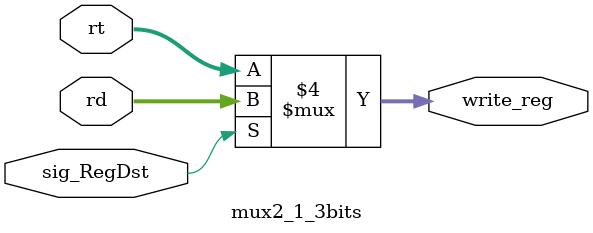
<source format=v>
module mux2_1_3bits(sig_RegDst, rt, rd, write_reg);
input sig_RegDst;
input [2:0] rt, rd;
output reg [2:0] write_reg;

always@(*) begin
if (~sig_RegDst)
	write_reg = rt;
else
	write_reg = rd;
end

endmodule

</source>
